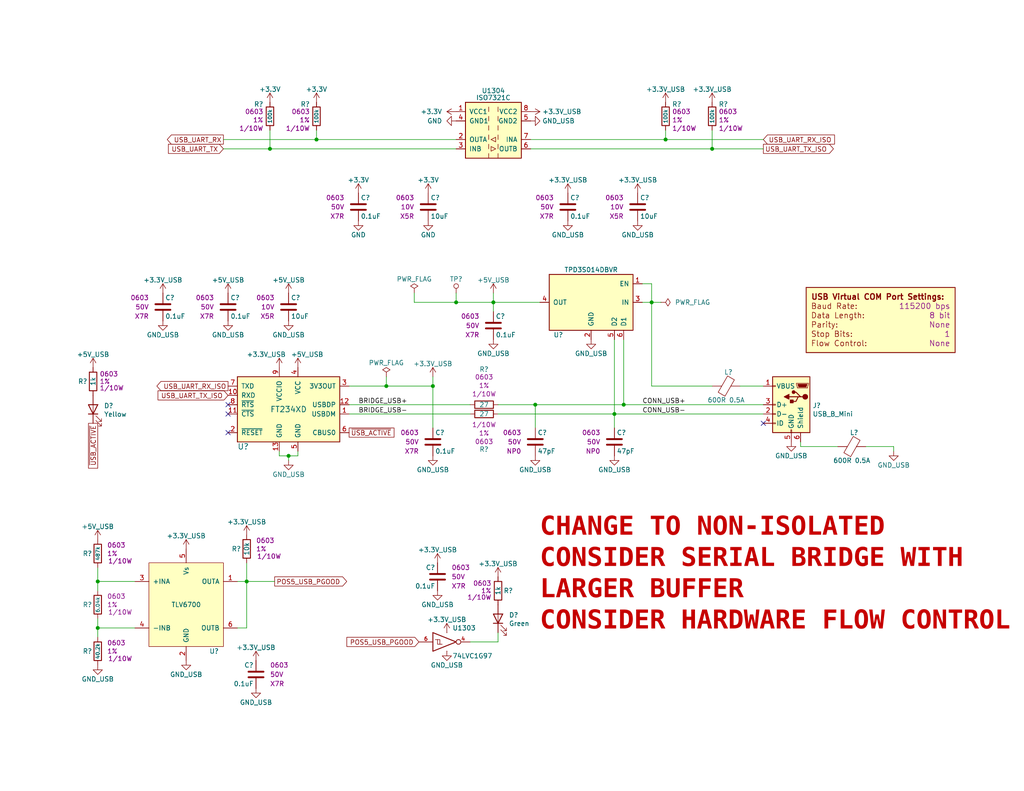
<source format=kicad_sch>
(kicad_sch (version 20230121) (generator eeschema)
  (paper "A")
  (title_block (title "Thermal Camera") (date "2023-11-11") (rev "PRELIM") (company "Drew Maatman and Michael Laffin"))
  (junction (at 26.67 158.75))
  (junction (at 194.31 40.64))
  (junction (at 124.46 82.55))
  (junction (at 26.67 171.45))
  (junction (at 86.36 38.1))
  (junction (at 177.8 82.55))
  (junction (at 118.11 105.41))
  (junction (at 67.31 158.75))
  (junction (at 134.62 82.55))
  (junction (at 78.74 124.46))
  (junction (at 105.41 105.41))
  (junction (at 146.05 110.49))
  (junction (at 170.18 110.49))
  (junction (at 167.64 113.03))
  (junction (at 73.66 40.64))
  (junction (at 181.61 38.1))
  (no_connect (at 62.23 110.49))
  (no_connect (at 208.28 115.57))
  (no_connect (at 62.23 113.03))
  (no_connect (at 62.23 118.11))
  (wire (pts (xy 228.6 121.92) (xy 218.44 121.92)))
  (wire (pts (xy 243.84 121.92) (xy 236.22 121.92)))
  (wire (pts (xy 78.74 124.46) (xy 81.28 124.46)))
  (wire (pts (xy 26.67 171.45) (xy 26.67 173.99)))
  (wire (pts (xy 194.31 105.41) (xy 177.8 105.41)))
  (wire (pts (xy 26.67 158.75) (xy 26.67 161.29)))
  (wire (pts (xy 167.64 113.03) (xy 208.28 113.03)))
  (wire (pts (xy 144.78 40.64) (xy 194.31 40.64)))
  (wire (pts (xy 124.46 82.55) (xy 134.62 82.55)))
  (wire (pts (xy 135.89 175.26) (xy 135.89 172.72)))
  (wire (pts (xy 175.26 82.55) (xy 177.8 82.55)))
  (wire (pts (xy 124.46 80.01) (xy 124.46 82.55)))
  (wire (pts (xy 175.26 77.47) (xy 177.8 77.47)))
  (wire (pts (xy 146.05 110.49) (xy 170.18 110.49)))
  (wire (pts (xy 118.11 105.41) (xy 118.11 116.84)))
  (wire (pts (xy 67.31 171.45) (xy 67.31 158.75)))
  (wire (pts (xy 208.28 40.64) (xy 194.31 40.64)))
  (wire (pts (xy 86.36 38.1) (xy 124.46 38.1)))
  (wire (pts (xy 128.27 175.26) (xy 135.89 175.26)))
  (wire (pts (xy 208.28 38.1) (xy 181.61 38.1)))
  (wire (pts (xy 26.67 171.45) (xy 26.67 168.91)))
  (wire (pts (xy 74.93 158.75) (xy 67.31 158.75)))
  (wire (pts (xy 180.34 82.55) (xy 177.8 82.55)))
  (wire (pts (xy 201.93 105.41) (xy 208.28 105.41)))
  (wire (pts (xy 134.62 82.55) (xy 147.32 82.55)))
  (wire (pts (xy 95.25 105.41) (xy 105.41 105.41)))
  (wire (pts (xy 113.03 82.55) (xy 124.46 82.55)))
  (wire (pts (xy 64.77 171.45) (xy 67.31 171.45)))
  (wire (pts (xy 243.84 123.19) (xy 243.84 121.92)))
  (wire (pts (xy 181.61 35.56) (xy 181.61 38.1)))
  (wire (pts (xy 177.8 82.55) (xy 177.8 105.41)))
  (wire (pts (xy 95.25 113.03) (xy 128.27 113.03)))
  (wire (pts (xy 105.41 102.87) (xy 105.41 105.41)))
  (wire (pts (xy 86.36 35.56) (xy 86.36 38.1)))
  (wire (pts (xy 135.89 110.49) (xy 146.05 110.49)))
  (wire (pts (xy 73.66 35.56) (xy 73.66 40.64)))
  (wire (pts (xy 76.2 124.46) (xy 78.74 124.46)))
  (wire (pts (xy 26.67 158.75) (xy 26.67 154.94)))
  (wire (pts (xy 36.83 171.45) (xy 26.67 171.45)))
  (wire (pts (xy 134.62 80.01) (xy 134.62 82.55)))
  (wire (pts (xy 78.74 125.73) (xy 78.74 124.46)))
  (wire (pts (xy 194.31 35.56) (xy 194.31 40.64)))
  (wire (pts (xy 170.18 110.49) (xy 208.28 110.49)))
  (wire (pts (xy 76.2 123.19) (xy 76.2 124.46)))
  (wire (pts (xy 95.25 110.49) (xy 128.27 110.49)))
  (wire (pts (xy 144.78 38.1) (xy 181.61 38.1)))
  (wire (pts (xy 60.96 38.1) (xy 86.36 38.1)))
  (wire (pts (xy 36.83 158.75) (xy 26.67 158.75)))
  (wire (pts (xy 73.66 40.64) (xy 124.46 40.64)))
  (wire (pts (xy 146.05 116.84) (xy 146.05 110.49)))
  (wire (pts (xy 118.11 102.87) (xy 118.11 105.41)))
  (wire (pts (xy 67.31 158.75) (xy 67.31 153.67)))
  (wire (pts (xy 105.41 105.41) (xy 118.11 105.41)))
  (wire (pts (xy 81.28 123.19) (xy 81.28 124.46)))
  (wire (pts (xy 134.62 82.55) (xy 134.62 85.09)))
  (wire (pts (xy 177.8 77.47) (xy 177.8 82.55)))
  (wire (pts (xy 113.03 80.01) (xy 113.03 82.55)))
  (wire (pts (xy 167.64 92.71) (xy 167.64 113.03)))
  (wire (pts (xy 135.89 113.03) (xy 167.64 113.03)))
  (wire (pts (xy 60.96 40.64) (xy 73.66 40.64)))
  (wire (pts (xy 218.44 121.92) (xy 218.44 120.65)))
  (wire (pts (xy 170.18 92.71) (xy 170.18 110.49)))
  (wire (pts (xy 167.64 116.84) (xy 167.64 113.03)))
  (wire (pts (xy 64.77 158.75) (xy 67.31 158.75)))
  (text "CHANGE TO NON-ISOLATED\nCONSIDER SERIAL BRIDGE WITH\nLARGER BUFFER\nCONSIDER HARDWARE FLOW CONTROL" (at 147.32 173.99 0) (effects (font (size 5.08 5.08) (thickness 1.016) bold) (justify left bottom)))
  (label "CONN_USB-" (at 175.26 113.03 0))
  (label "BRIDGE_USB+" (at 97.79 110.49 0))
  (label "CONN_USB+" (at 175.26 110.49 0))
  (label "BRIDGE_USB-" (at 97.79 113.03 0))
  (global_label "USB_UART_TX_ISO" (shape input) (at 62.23 107.95 180) (property "Intersheetrefs" "${INTERSHEET_REFS}" (effects hide)))
  (global_label "USB_UART_TX_ISO" (shape output) (at 208.28 40.64 0) (property "Intersheetrefs" "${INTERSHEET_REFS}" (effects hide)))
  (global_label "USB_UART_RX" (shape output) (at 60.96 38.1 180) (property "Intersheetrefs" "${INTERSHEET_REFS}" (effects hide)))
  (global_label "POS5_USB_PGOOD" (shape output) (at 74.93 158.75 0) (property "Intersheetrefs" "${INTERSHEET_REFS}" (effects hide)))
  (global_label "~{USB_ACTIVE}" (shape passive) (at 95.25 118.11 0) (property "Intersheetrefs" "${INTERSHEET_REFS}" (effects hide)))
  (global_label "USB_UART_RX_ISO" (shape output) (at 62.23 105.41 180) (property "Intersheetrefs" "${INTERSHEET_REFS}" (effects hide)))
  (global_label "POS5_USB_PGOOD" (shape input) (at 114.3 175.26 180) (property "Intersheetrefs" "${INTERSHEET_REFS}" (effects hide)))
  (global_label "USB_UART_TX" (shape input) (at 60.96 40.64 180) (property "Intersheetrefs" "${INTERSHEET_REFS}" (effects hide)))
  (global_label "~{USB_ACTIVE}" (shape passive) (at 25.4 115.57 270) (property "Intersheetrefs" "${INTERSHEET_REFS}" (effects hide)))
  (global_label "USB_UART_RX_ISO" (shape input) (at 208.28 38.1 0) (property "Intersheetrefs" "${INTERSHEET_REFS}" (effects hide)))
  (symbol (lib_id "Custom_Library:R_Custom") (at 67.31 149.86 0) (unit 1)
    (property "Reference" "R?" (at 65.786 149.86 0) (effects (justify right)))
    (property "Value" "10k" (at 67.31 149.86 90))
    (property "Footprint" "Resistors_SMD:R_0603" (effects hide))
    (property "display_footprint" "0603" (at 69.85 147.574 0) (effects (justify left)))
    (property "Tolerance" "1%" (at 69.85 149.86 0) (effects (justify left)))
    (property "Wattage" "1/10W" (at 70.104 151.892 0) (effects (justify left)))
    (property "Digi-Key PN" "541-10.0KHCT-ND" (effects hide))
    (instances (project "Analog_Clock" (path "" (reference "R?") (unit 1))) (project "Nixie_Clock_Core" (path "" (reference "R1305") (unit 1))) (project "Thermal_Camera" (path "" (reference "R?") (unit 1))))
  )
  (symbol (lib_id "Custom Library:GND_USB") (at 243.84 123.19 0) (unit 1)
    (property "Reference" "#PWR01307" (effects hide))
    (property "Value" "GND_USB" (at 243.84 127 0))
    (instances (project "Nixie_Clock_Core" (path "" (reference "#PWR01307") (unit 1))) (project "Thermal_Camera" (path "" (reference "#PWR01647") (unit 1))))
  )
  (symbol (lib_id "Custom_Library:R_Custom") (at 26.67 165.1 0) (unit 1)
    (property "Reference" "R?" (at 25.146 165.1 0) (effects (justify right)))
    (property "Value" "6.04k" (at 26.67 165.1 90) (effects (font (size 1.016 1.016))))
    (property "Footprint" "Resistors_SMD:R_0603" (effects hide))
    (property "display_footprint" "0603" (at 29.21 162.814 0) (effects (justify left)))
    (property "Tolerance" "1%" (at 29.21 165.1 0) (effects (justify left)))
    (property "Wattage" "1/10W" (at 29.464 167.132 0) (effects (justify left)))
    (property "Digi-Key PN" "541-CRCW06036K04FKEBCT-ND" (effects hide))
    (instances (project "Analog_Clock" (path "" (reference "R?") (unit 1))) (project "Nixie_Clock_Core" (path "" (reference "R1303") (unit 1))) (project "Thermal_Camera" (path "" (reference "R?") (unit 1))))
  )
  (symbol (lib_id "Custom_Library:R_Custom") (at 86.36 31.75 0) (mirror y) (unit 1)
    (property "Reference" "R?" (at 84.582 28.448 0) (effects (justify left)))
    (property "Value" "100k" (at 86.36 31.75 90) (effects (font (size 1.016 1.016))))
    (property "Footprint" "Resistors_SMD:R_0603" (effects hide))
    (property "display_footprint" "0603" (at 84.582 30.48 0) (effects (justify left)))
    (property "Tolerance" "1%" (at 84.582 32.766 0) (effects (justify left)))
    (property "Wattage" "1/10W" (at 84.582 35.052 0) (effects (justify left)))
    (property "Digi-Key PN" "541-100KHCT-ND" (effects hide))
    (instances (project "Analog_Clock" (path "" (reference "R?") (unit 1)) (path "" (reference "R?") (unit 1))) (project "Nixie_Clock_Core" (path "" (reference "R1307") (unit 1))) (project "Thermal_Camera" (path "" (reference "R?") (unit 1))))
  )
  (symbol (lib_id "Custom_Library:R_Custom") (at 194.31 31.75 0) (unit 1)
    (property "Reference" "R?" (at 196.088 28.448 0) (effects (justify left)))
    (property "Value" "100k" (at 194.31 31.75 90) (effects (font (size 1.016 1.016))))
    (property "Footprint" "Resistors_SMD:R_0603" (effects hide))
    (property "display_footprint" "0603" (at 196.088 30.48 0) (effects (justify left)))
    (property "Tolerance" "1%" (at 196.088 32.766 0) (effects (justify left)))
    (property "Wattage" "1/10W" (at 196.088 35.052 0) (effects (justify left)))
    (property "Digi-Key PN" "541-100KHCT-ND" (effects hide))
    (instances (project "Analog_Clock" (path "" (reference "R?") (unit 1)) (path "" (reference "R?") (unit 1))) (project "Nixie_Clock_Core" (path "" (reference "R1312") (unit 1))) (project "Thermal_Camera" (path "" (reference "R?") (unit 1))))
  )
  (symbol (lib_id "power:+3.3V") (at 124.46 30.48 90) (unit 1)
    (property "Reference" "#PWR?" (effects hide))
    (property "Value" "+3.3V" (at 120.65 30.48 90) (effects (justify left)))
    (instances (project "Analog_Clock" (path "" (reference "#PWR?") (unit 1))) (project "Nixie_Clock_Core" (path "" (reference "#PWR01304") (unit 1))) (project "Thermal_Camera" (path "" (reference "#PWR01630") (unit 1))))
  )
  (symbol (lib_id "Custom_Library:TPD3S014DBVR") (at 161.29 82.55 0) (mirror y) (unit 1)
    (property "Reference" "U?" (at 153.67 91.44 0) (effects (justify left)))
    (property "Value" "TPD3S014DBVR" (at 161.29 73.66 0))
    (property "Footprint" "TO_SOT_Packages_SMD:SOT-23-6" (effects hide))
    (property "Datasheet" "http://www.ti.com/lit/ds/symlink/tpd3s014.pdf" (effects hide))
    (property "Digi-Key PN" "296-38835-1-ND" (effects hide))
    (instances (project "Analog_Clock" (path "" (reference "U?") (unit 1))) (project "Nixie_Clock_Core" (path "" (reference "U1305") (unit 1))) (project "Thermal_Camera" (path "" (reference "U?") (unit 1))))
  )
  (symbol (lib_id "Custom Library:GND_USB") (at 215.9 120.65 0) (unit 1)
    (property "Reference" "#PWR01308" (effects hide))
    (property "Value" "GND_USB" (at 215.9 124.46 0))
    (instances (project "Nixie_Clock_Core" (path "" (reference "#PWR01308") (unit 1))) (project "Thermal_Camera" (path "" (reference "#PWR01646") (unit 1))))
  )
  (symbol (lib_id "Isolator:ISO7321C") (at 134.62 35.56 0) (unit 1)
    (property "Reference" "U1304" (at 134.62 24.765 0))
    (property "Value" "ISO7321C" (at 134.62 26.67 0))
    (property "Footprint" "Package_SO:SOIC-8_3.9x4.9mm_P1.27mm" (effects hide))
    (property "Datasheet" "http://www.ti.com/general/docs/lit/getliterature.tsp?genericPartNumber=iso7321c&fileType=pdf" (effects hide))
    (property "Digi-Key PN" "296-42102-1-ND" (effects hide))
    (instances (project "Nixie_Clock_Core" (path "" (reference "U1304") (unit 1))) (project "Thermal_Camera" (path "" (reference "U?") (unit 1))))
  )
  (symbol (lib_id "Custom Library:GND_USB") (at 69.85 187.96 0) (unit 1)
    (property "Reference" "#PWR01315" (effects hide))
    (property "Value" "GND_USB" (at 69.85 191.77 0))
    (instances (project "Nixie_Clock_Core" (path "" (reference "#PWR01315") (unit 1))) (project "Thermal_Camera" (path "" (reference "#PWR01612") (unit 1))))
  )
  (symbol (lib_id "Custom Library:GND_USB") (at 134.62 92.71 0) (unit 1)
    (property "Reference" "#PWR01305" (effects hide))
    (property "Value" "GND_USB" (at 134.62 96.52 0))
    (instances (project "Nixie_Clock_Core" (path "" (reference "#PWR01305") (unit 1))) (project "Thermal_Camera" (path "" (reference "#PWR01633") (unit 1))))
  )
  (symbol (lib_id "Custom Library:GND_USB") (at 62.23 87.63 0) (unit 1)
    (property "Reference" "#PWR01319" (effects hide))
    (property "Value" "GND_USB" (at 62.23 91.44 0))
    (instances (project "Nixie_Clock_Core" (path "" (reference "#PWR01319") (unit 1))) (project "Thermal_Camera" (path "" (reference "#PWR01609") (unit 1))))
  )
  (symbol (lib_id "Device:Ferrite_Bead") (at 232.41 121.92 270) (unit 1)
    (property "Reference" "L?" (at 233.045 118.11 90))
    (property "Value" "600R 0.5A" (at 232.41 125.73 90))
    (property "Footprint" "Inductors_SMD:L_0603" (effects hide))
    (property "Digi-Key PN" "490-1014-1-ND" (effects hide))
    (instances (project "Analog_Clock" (path "" (reference "L?") (unit 1))) (project "Nixie_Clock_Core" (path "" (reference "L1302") (unit 1))) (project "Thermal_Camera" (path "" (reference "L?") (unit 1))))
  )
  (symbol (lib_id "Custom_Library:+3.3V_USB") (at 118.11 102.87 0) (unit 1)
    (property "Reference" "#PWR?" (effects hide))
    (property "Value" "+3.3V_USB" (at 118.11 99.314 0))
    (instances (project "Analog_Clock" (path "" (reference "#PWR?") (unit 1))) (project "Nixie_Clock_Core" (path "" (reference "#PWR01336") (unit 1))) (project "Thermal_Camera" (path "" (reference "#PWR01624") (unit 1))))
  )
  (symbol (lib_id "power:GND") (at 97.79 60.325 0) (unit 1)
    (property "Reference" "#PWR01346" (effects hide))
    (property "Value" "GND" (at 97.79 64.135 0))
    (instances (project "Nixie_Clock_Core" (path "" (reference "#PWR01346") (unit 1))) (project "Thermal_Camera" (path "" (reference "#PWR01621") (unit 1))))
  )
  (symbol (lib_id "Custom_Library:FT234XD") (at 78.74 111.76 0) (mirror y) (unit 1)
    (property "Reference" "U?" (at 64.77 121.92 0) (effects (font (size 1.524 1.524)) (justify right)))
    (property "Value" "FT234XD" (at 78.74 111.76 0) (effects (font (size 1.524 1.524))))
    (property "Footprint" "Housings_DFN_QFN:DFN-12-1EP_3x3mm_Pitch0.45mm" (effects hide))
    (property "Datasheet" "http://www.ftdichip.com/Support/Documents/DataSheets/ICs/DS_FT234XD.pdf" (effects hide))
    (property "Digi-Key PN" "768-1178-1-ND" (effects hide))
    (instances (project "Analog_Clock" (path "" (reference "U?") (unit 1))) (project "Nixie_Clock_Core" (path "" (reference "U1302") (unit 1))) (project "Thermal_Camera" (path "" (reference "U?") (unit 1))))
  )
  (symbol (lib_id "Connector:USB_B_Mini") (at 215.9 110.49 0) (mirror y) (unit 1)
    (property "Reference" "J?" (at 221.7166 110.7186 0) (effects (justify right)))
    (property "Value" "USB_B_Mini" (at 221.7166 113.03 0) (effects (justify right)))
    (property "Footprint" "Connectors:USB_Mini-B" (effects hide))
    (property "Digi-Key PN" "732-2109-1-ND" (effects hide))
    (instances (project "Analog_Clock" (path "" (reference "J?") (unit 1))) (project "Nixie_Clock_Core" (path "" (reference "J1301") (unit 1))) (project "Thermal_Camera" (path "" (reference "J?") (unit 1))))
  )
  (symbol (lib_id "Custom_Library:C_Custom") (at 97.79 56.515 0) (unit 1)
    (property "Reference" "C?" (at 98.425 53.975 0) (effects (justify left)))
    (property "Value" "0.1uF" (at 98.425 59.055 0) (effects (justify left)))
    (property "Footprint" "Capacitors_SMD:C_0603" (effects hide))
    (property "display_footprint" "0603" (at 93.98 53.975 0) (effects (justify right)))
    (property "Voltage" "50V" (at 93.98 56.515 0) (effects (justify right)))
    (property "Dielectric" "X7R" (at 93.98 59.055 0) (effects (justify right)))
    (property "Digi-Key PN" "1276-1935-1-ND" (effects hide))
    (instances (project "Analog_Clock" (path "" (reference "C?") (unit 1))) (project "Nixie_Clock_Core" (path "" (reference "C1310") (unit 1))) (project "Thermal_Camera" (path "" (reference "C?") (unit 1))))
  )
  (symbol (lib_id "Custom_Library:R_Custom") (at 26.67 177.8 0) (unit 1)
    (property "Reference" "R?" (at 25.146 177.8 0) (effects (justify right)))
    (property "Value" "40.2k" (at 26.67 177.8 90) (effects (font (size 1.016 1.016))))
    (property "Footprint" "Resistors_SMD:R_0603" (effects hide))
    (property "display_footprint" "0603" (at 29.21 175.514 0) (effects (justify left)))
    (property "Tolerance" "1%" (at 29.21 177.8 0) (effects (justify left)))
    (property "Wattage" "1/10W" (at 29.464 179.832 0) (effects (justify left)))
    (property "Digi-Key PN" "541-5412-1-ND" (effects hide))
    (instances (project "Analog_Clock" (path "" (reference "R?") (unit 1))) (project "Nixie_Clock_Core" (path "" (reference "R1304") (unit 1))) (project "Thermal_Camera" (path "" (reference "R?") (unit 1))))
  )
  (symbol (lib_id "Custom_Library:+5V_USB") (at 78.74 80.01 0) (unit 1)
    (property "Reference" "#PWR?" (effects hide))
    (property "Value" "+5V_USB" (at 78.74 76.454 0))
    (instances (project "Analog_Clock" (path "" (reference "#PWR?") (unit 1))) (project "Nixie_Clock_Core" (path "" (reference "#PWR01333") (unit 1))) (project "Thermal_Camera" (path "" (reference "#PWR01615") (unit 1))))
  )
  (symbol (lib_id "Custom_Library:R_Custom") (at 181.61 31.75 0) (unit 1)
    (property "Reference" "R?" (at 183.388 28.448 0) (effects (justify left)))
    (property "Value" "100k" (at 181.61 31.75 90) (effects (font (size 1.016 1.016))))
    (property "Footprint" "Resistors_SMD:R_0603" (effects hide))
    (property "display_footprint" "0603" (at 183.388 30.48 0) (effects (justify left)))
    (property "Tolerance" "1%" (at 183.388 32.766 0) (effects (justify left)))
    (property "Wattage" "1/10W" (at 183.388 35.052 0) (effects (justify left)))
    (property "Digi-Key PN" "541-100KHCT-ND" (effects hide))
    (instances (project "Analog_Clock" (path "" (reference "R?") (unit 1)) (path "" (reference "R?") (unit 1))) (project "Nixie_Clock_Core" (path "" (reference "R1311") (unit 1))) (project "Thermal_Camera" (path "" (reference "R?") (unit 1))))
  )
  (symbol (lib_id "Custom_Library:C_Custom") (at 44.45 83.82 0) (unit 1)
    (property "Reference" "C?" (at 45.085 81.28 0) (effects (justify left)))
    (property "Value" "0.1uF" (at 45.085 86.36 0) (effects (justify left)))
    (property "Footprint" "Capacitors_SMD:C_0603" (effects hide))
    (property "display_footprint" "0603" (at 40.64 81.28 0) (effects (justify right)))
    (property "Voltage" "50V" (at 40.64 83.82 0) (effects (justify right)))
    (property "Dielectric" "X7R" (at 40.64 86.36 0) (effects (justify right)))
    (property "Digi-Key PN" "1276-1935-1-ND" (effects hide))
    (instances (project "Analog_Clock" (path "" (reference "C?") (unit 1))) (project "Nixie_Clock_Core" (path "" (reference "C1301") (unit 1))) (project "Thermal_Camera" (path "" (reference "C?") (unit 1))))
  )
  (symbol (lib_id "Custom Library:74LVC1G97_Power_NOT") (at 121.92 175.26 0) (unit 1)
    (property "Reference" "U1303" (at 123.444 171.45 0) (effects (justify left)))
    (property "Value" "74LVC1G97" (at 123.444 179.07 0) (effects (justify left)))
    (property "Footprint" "Package_TO_SOT_SMD:SOT-363_SC-70-6" (effects hide))
    (property "Datasheet" "http://www.ti.com/lit/ds/symlink/sn74lvc1g97.pdf" (effects hide))
    (property "Digi-Key PN" "296-15582-1-ND" (effects hide))
    (instances (project "Nixie_Clock_Core" (path "" (reference "U1303") (unit 1))) (project "Thermal_Camera" (path "" (reference "U?") (unit 1))))
  )
  (symbol (lib_id "Custom_Library:C_Custom") (at 119.38 157.48 0) (mirror y) (unit 1)
    (property "Reference" "C?" (at 118.745 154.94 0) (effects (justify left)))
    (property "Value" "0.1uF" (at 118.745 160.02 0) (effects (justify left)))
    (property "Footprint" "Capacitors_SMD:C_0603" (effects hide))
    (property "Digi-Key PN" "1276-1935-1-ND" (effects hide))
    (property "display_footprint" "0603" (at 123.19 154.94 0) (effects (justify right)))
    (property "Voltage" "50V" (at 123.19 157.48 0) (effects (justify right)))
    (property "Dielectric" "X7R" (at 123.19 160.02 0) (effects (justify right)))
    (instances (project "Nixie_Clock_Core" (path "" (reference "C?") (unit 1)) (path "" (reference "C1306") (unit 1))) (project "LED_Panel_Controller" (path "" (reference "C?") (unit 1)) (path "" (reference "C?") (unit 1)) (path "" (reference "C?") (unit 1)) (path "" (reference "C?") (unit 1)) (path "" (reference "C?") (unit 1)) (path "" (reference "C?") (unit 1)) (path "" (reference "C?") (unit 1)) (path "" (reference "C?") (unit 1))) (project "Thermal_Camera" (path "" (reference "C?") (unit 1))))
  )
  (symbol (lib_id "Custom_Library:+3.3V_USB") (at 194.31 27.94 0) (unit 1)
    (property "Reference" "#PWR?" (effects hide))
    (property "Value" "+3.3V_USB" (at 194.31 24.384 0))
    (instances (project "Analog_Clock" (path "" (reference "#PWR?") (unit 1))) (project "Nixie_Clock_Core" (path "" (reference "#PWR01339") (unit 1))) (project "Thermal_Camera" (path "" (reference "#PWR01645") (unit 1))))
  )
  (symbol (lib_id "power:GND") (at 124.46 33.02 270) (unit 1)
    (property "Reference" "#PWR01302" (effects hide))
    (property "Value" "GND" (at 120.65 33.02 90) (effects (justify right)))
    (instances (project "Nixie_Clock_Core" (path "" (reference "#PWR01302") (unit 1))) (project "Thermal_Camera" (path "" (reference "#PWR01631") (unit 1))))
  )
  (symbol (lib_id "Custom_Library:R_Custom") (at 132.08 110.49 270) (mirror x) (unit 1)
    (property "Reference" "R?" (at 132.08 100.838 90))
    (property "Value" "27" (at 132.08 110.49 90))
    (property "Footprint" "Resistors_SMD:R_0603" (effects hide))
    (property "display_footprint" "0603" (at 132.08 102.9462 90))
    (property "Tolerance" "1%" (at 132.08 105.2576 90))
    (property "Wattage" "1/10W" (at 132.08 107.569 90))
    (property "Digi-Key PN" "541-5306-1-ND" (effects hide))
    (instances (project "Analog_Clock" (path "" (reference "R?") (unit 1))) (project "Nixie_Clock_Core" (path "" (reference "R1308") (unit 1))) (project "Thermal_Camera" (path "" (reference "R?") (unit 1))))
  )
  (symbol (lib_id "Custom Library:GND_USB") (at 121.92 177.8 0) (unit 1)
    (property "Reference" "#PWR01322" (effects hide))
    (property "Value" "GND_USB" (at 121.92 181.61 0))
    (instances (project "Nixie_Clock_Core" (path "" (reference "#PWR01322") (unit 1))) (project "Thermal_Camera" (path "" (reference "#PWR01629") (unit 1))))
  )
  (symbol (lib_id "Custom Library:GND_USB") (at 167.64 124.46 0) (unit 1)
    (property "Reference" "#PWR01309" (effects hide))
    (property "Value" "GND_USB" (at 167.64 128.27 0))
    (instances (project "Nixie_Clock_Core" (path "" (reference "#PWR01309") (unit 1))) (project "Thermal_Camera" (path "" (reference "#PWR01641") (unit 1))))
  )
  (symbol (lib_id "Custom_Library:+3.3V_USB") (at 154.94 52.705 0) (unit 1)
    (property "Reference" "#PWR?" (effects hide))
    (property "Value" "+3.3V_USB" (at 154.94 49.149 0))
    (instances (project "Analog_Clock" (path "" (reference "#PWR?") (unit 1))) (project "Nixie_Clock_Core" (path "" (reference "#PWR01340") (unit 1))) (project "Thermal_Camera" (path "" (reference "#PWR01638") (unit 1))))
  )
  (symbol (lib_id "power:+3.3V") (at 116.84 52.705 0) (unit 1)
    (property "Reference" "#PWR?" (effects hide))
    (property "Value" "+3.3V" (at 116.84 49.149 0))
    (instances (project "Analog_Clock" (path "" (reference "#PWR?") (unit 1))) (project "Nixie_Clock_Core" (path "" (reference "#PWR01345") (unit 1))) (project "Thermal_Camera" (path "" (reference "#PWR01622") (unit 1))))
  )
  (symbol (lib_id "Custom_Library:+3.3V_USB") (at 44.45 80.01 0) (unit 1)
    (property "Reference" "#PWR?" (effects hide))
    (property "Value" "+3.3V_USB" (at 44.45 76.454 0))
    (instances (project "Analog_Clock" (path "" (reference "#PWR?") (unit 1))) (project "Nixie_Clock_Core" (path "" (reference "#PWR01329") (unit 1))) (project "Thermal_Camera" (path "" (reference "#PWR01604") (unit 1))))
  )
  (symbol (lib_id "Custom Library:GND_USB") (at 118.11 124.46 0) (unit 1)
    (property "Reference" "#PWR01311" (effects hide))
    (property "Value" "GND_USB" (at 118.11 128.27 0))
    (instances (project "Nixie_Clock_Core" (path "" (reference "#PWR01311") (unit 1))) (project "Thermal_Camera" (path "" (reference "#PWR01625") (unit 1))))
  )
  (symbol (lib_id "Custom Library:GND_USB") (at 78.74 87.63 0) (unit 1)
    (property "Reference" "#PWR01318" (effects hide))
    (property "Value" "GND_USB" (at 78.74 91.44 0))
    (instances (project "Nixie_Clock_Core" (path "" (reference "#PWR01318") (unit 1))) (project "Thermal_Camera" (path "" (reference "#PWR01616") (unit 1))))
  )
  (symbol (lib_id "Custom Library:GND_USB") (at 154.94 60.325 0) (unit 1)
    (property "Reference" "#PWR01341" (effects hide))
    (property "Value" "GND_USB" (at 154.94 64.135 0))
    (instances (project "Nixie_Clock_Core" (path "" (reference "#PWR01341") (unit 1))) (project "Thermal_Camera" (path "" (reference "#PWR01639") (unit 1))))
  )
  (symbol (lib_id "Custom_Library:+3.3V_USB") (at 69.85 180.34 0) (unit 1)
    (property "Reference" "#PWR?" (effects hide))
    (property "Value" "+3.3V_USB" (at 69.85 176.784 0))
    (instances (project "Analog_Clock" (path "" (reference "#PWR?") (unit 1))) (project "Nixie_Clock_Core" (path "" (reference "#PWR01321") (unit 1))) (project "Thermal_Camera" (path "" (reference "#PWR01611") (unit 1))))
  )
  (symbol (lib_id "Custom Library:GND_USB") (at 144.78 33.02 90) (unit 1)
    (property "Reference" "#PWR01303" (effects hide))
    (property "Value" "GND_USB" (at 147.955 33.02 90) (effects (justify right)))
    (instances (project "Nixie_Clock_Core" (path "" (reference "#PWR01303") (unit 1))) (project "Thermal_Camera" (path "" (reference "#PWR01636") (unit 1))))
  )
  (symbol (lib_id "Custom_Library:+5V_USB") (at 81.28 100.33 0) (unit 1)
    (property "Reference" "#PWR?" (effects hide))
    (property "Value" "+5V_USB" (at 83.82 96.774 0))
    (instances (project "Analog_Clock" (path "" (reference "#PWR?") (unit 1))) (project "Nixie_Clock_Core" (path "" (reference "#PWR01334") (unit 1))) (project "Thermal_Camera" (path "" (reference "#PWR01618") (unit 1))))
  )
  (symbol (lib_id "Custom_Library:+3.3V_USB") (at 135.89 157.48 0) (unit 1)
    (property "Reference" "#PWR?" (effects hide))
    (property "Value" "+3.3V_USB" (at 135.89 153.924 0))
    (instances (project "Analog_Clock" (path "" (reference "#PWR?") (unit 1))) (project "Nixie_Clock_Core" (path "" (reference "#PWR01325") (unit 1))) (project "Thermal_Camera" (path "" (reference "#PWR01634") (unit 1))))
  )
  (symbol (lib_id "Custom_Library:COM_Port_Settings") (at 240.284 87.376 0) (unit 1)
    (property "Reference" "DOC?" (effects hide))
    (property "Value" "COM_Port_Settings" (effects hide))
    (property "Baud_Rate" "115200 bps" (at 259.334 83.566 0) (effects (font (size 1.524 1.524)) (justify right)))
    (property "Data_Length" "8 bit" (at 259.334 86.106 0) (effects (font (size 1.524 1.524)) (justify right)))
    (property "Parity" "None" (at 259.334 88.646 0) (effects (font (size 1.524 1.524)) (justify right)))
    (property "Stop_Bits" "1" (at 259.334 91.186 0) (effects (font (size 1.524 1.524)) (justify right)))
    (property "Flow_Control" "None" (at 259.334 93.726 0) (effects (font (size 1.524 1.524)) (justify right)))
    (instances (project "Analog_Clock" (path "" (reference "DOC?") (unit 1))) (project "Nixie_Clock_Core" (path "" (reference "DOC1301") (unit 1))) (project "Thermal_Camera" (path "" (reference "DOC?") (unit 1))))
  )
  (symbol (lib_id "Custom_Library:+3.3V_USB") (at 76.2 100.33 0) (unit 1)
    (property "Reference" "#PWR?" (effects hide))
    (property "Value" "+3.3V_USB" (at 72.644 96.774 0))
    (instances (project "Analog_Clock" (path "" (reference "#PWR?") (unit 1))) (project "Nixie_Clock_Core" (path "" (reference "#PWR01332") (unit 1))) (project "Thermal_Camera" (path "" (reference "#PWR01614") (unit 1))))
  )
  (symbol (lib_id "Custom Library:GND_USB") (at 50.8 180.34 0) (unit 1)
    (property "Reference" "#PWR01314" (effects hide))
    (property "Value" "GND_USB" (at 50.8 184.15 0))
    (instances (project "Nixie_Clock_Core" (path "" (reference "#PWR01314") (unit 1))) (project "Thermal_Camera" (path "" (reference "#PWR01607") (unit 1))))
  )
  (symbol (lib_id "Custom_Library:+5V_USB") (at 134.62 80.01 0) (unit 1)
    (property "Reference" "#PWR?" (effects hide))
    (property "Value" "+5V_USB" (at 134.62 76.454 0))
    (instances (project "Analog_Clock" (path "" (reference "#PWR?") (unit 1))) (project "Nixie_Clock_Core" (path "" (reference "#PWR01337") (unit 1))) (project "Thermal_Camera" (path "" (reference "#PWR01632") (unit 1))))
  )
  (symbol (lib_id "Custom Library:GND_USB") (at 26.67 181.61 0) (unit 1)
    (property "Reference" "#PWR01312" (effects hide))
    (property "Value" "GND_USB" (at 26.67 185.42 0))
    (instances (project "Nixie_Clock_Core" (path "" (reference "#PWR01312") (unit 1))) (project "Thermal_Camera" (path "" (reference "#PWR01603") (unit 1))))
  )
  (symbol (lib_id "Custom_Library:+5V_USB") (at 26.67 147.32 0) (unit 1)
    (property "Reference" "#PWR?" (effects hide))
    (property "Value" "+5V_USB" (at 26.67 143.764 0))
    (instances (project "Analog_Clock" (path "" (reference "#PWR?") (unit 1))) (project "Nixie_Clock_Core" (path "" (reference "#PWR01328") (unit 1))) (project "Thermal_Camera" (path "" (reference "#PWR01602") (unit 1))))
  )
  (symbol (lib_id "Custom Library:GND_USB") (at 161.29 92.71 0) (unit 1)
    (property "Reference" "#PWR01306" (effects hide))
    (property "Value" "GND_USB" (at 161.29 96.52 0))
    (instances (project "Nixie_Clock_Core" (path "" (reference "#PWR01306") (unit 1))) (project "Thermal_Camera" (path "" (reference "#PWR01640") (unit 1))))
  )
  (symbol (lib_id "Custom Library:GND_USB") (at 146.05 124.46 0) (unit 1)
    (property "Reference" "#PWR01310" (effects hide))
    (property "Value" "GND_USB" (at 146.05 128.27 0))
    (instances (project "Nixie_Clock_Core" (path "" (reference "#PWR01310") (unit 1))) (project "Thermal_Camera" (path "" (reference "#PWR01637") (unit 1))))
  )
  (symbol (lib_id "Custom_Library:+3.3V_USB") (at 67.31 146.05 0) (unit 1)
    (property "Reference" "#PWR?" (effects hide))
    (property "Value" "+3.3V_USB" (at 67.31 142.494 0))
    (instances (project "Analog_Clock" (path "" (reference "#PWR?") (unit 1))) (project "Nixie_Clock_Core" (path "" (reference "#PWR01317") (unit 1))) (project "Thermal_Camera" (path "" (reference "#PWR01610") (unit 1))))
  )
  (symbol (lib_id "power:+3.3V") (at 97.79 52.705 0) (unit 1)
    (property "Reference" "#PWR?" (effects hide))
    (property "Value" "+3.3V" (at 97.79 49.149 0))
    (instances (project "Analog_Clock" (path "" (reference "#PWR?") (unit 1))) (project "Nixie_Clock_Core" (path "" (reference "#PWR01344") (unit 1))) (project "Thermal_Camera" (path "" (reference "#PWR01620") (unit 1))))
  )
  (symbol (lib_id "Device:Ferrite_Bead") (at 198.12 105.41 270) (unit 1)
    (property "Reference" "L?" (at 198.755 101.6 90))
    (property "Value" "600R 0.5A" (at 198.12 109.22 90))
    (property "Footprint" "Inductors_SMD:L_0603" (effects hide))
    (property "Digi-Key PN" "490-1014-1-ND" (effects hide))
    (instances (project "Analog_Clock" (path "" (reference "L?") (unit 1))) (project "Nixie_Clock_Core" (path "" (reference "L1301") (unit 1))) (project "Thermal_Camera" (path "" (reference "L?") (unit 1))))
  )
  (symbol (lib_id "Custom_Library:C_Custom") (at 69.85 184.15 0) (mirror y) (unit 1)
    (property "Reference" "C?" (at 69.215 181.61 0) (effects (justify left)))
    (property "Value" "0.1uF" (at 69.215 186.69 0) (effects (justify left)))
    (property "Footprint" "Capacitors_SMD:C_0603" (effects hide))
    (property "Digi-Key PN" "1276-1935-1-ND" (effects hide))
    (property "display_footprint" "0603" (at 73.66 181.61 0) (effects (justify right)))
    (property "Voltage" "50V" (at 73.66 184.15 0) (effects (justify right)))
    (property "Dielectric" "X7R" (at 73.66 186.69 0) (effects (justify right)))
    (instances (project "Analog_Clock" (path "" (reference "C?") (unit 1)) (path "" (reference "C?") (unit 1)) (path "" (reference "C?") (unit 1)) (path "" (reference "C?") (unit 1)) (path "" (reference "C?") (unit 1))) (project "Nixie_Clock_Core" (path "" (reference "C1303") (unit 1))) (project "Thermal_Camera" (path "" (reference "C?") (unit 1))))
  )
  (symbol (lib_id "Custom_Library:+3.3V_USB") (at 50.8 149.86 0) (unit 1)
    (property "Reference" "#PWR?" (effects hide))
    (property "Value" "+3.3V_USB" (at 50.8 146.304 0))
    (instances (project "Analog_Clock" (path "" (reference "#PWR?") (unit 1))) (project "Nixie_Clock_Core" (path "" (reference "#PWR01316") (unit 1))) (project "Thermal_Camera" (path "" (reference "#PWR01606") (unit 1))))
  )
  (symbol (lib_id "Custom_Library:TP") (at 124.46 80.01 0) (unit 1)
    (property "Reference" "TP?" (at 124.46 76.2 0))
    (property "Value" "TP" (effects hide))
    (property "Footprint" "Custom Footprints Library:Test_Point" (effects hide))
    (instances (project "Analog_Clock" (path "" (reference "TP?") (unit 1)) (path "" (reference "TP?") (unit 1)) (path "" (reference "TP?") (unit 1)) (path "" (reference "TP?") (unit 1))) (project "Nixie_Clock_Core" (path "" (reference "TP1301") (unit 1))) (project "Thermal_Camera" (path "" (reference "TP?") (unit 1))))
  )
  (symbol (lib_id "Device:LED") (at 135.89 168.91 90) (unit 1)
    (property "Reference" "D?" (at 138.8618 167.9194 90) (effects (justify right)))
    (property "Value" "Green" (at 138.8618 170.2308 90) (effects (justify right)))
    (property "Footprint" "LEDs:LED_0603" (effects hide))
    (property "Digi-Key PN" "754-1121-1-ND" (effects hide))
    (instances (project "Nixie_Clock_Core" (path "" (reference "D?") (unit 1)) (path "" (reference "D1302") (unit 1))) (project "LED_Panel_Controller" (path "" (reference "D?") (unit 1)) (path "" (reference "D?") (unit 1)) (path "" (reference "D?") (unit 1)) (path "" (reference "D?") (unit 1)) (path "" (reference "D?") (unit 1)) (path "" (reference "D?") (unit 1)) (path "" (reference "D?") (unit 1)) (path "" (reference "D?") (unit 1))) (project "Thermal_Camera" (path "" (reference "D?") (unit 1))))
  )
  (symbol (lib_id "Custom_Library:+3.3V_USB") (at 119.38 153.67 0) (unit 1)
    (property "Reference" "#PWR?" (effects hide))
    (property "Value" "+3.3V_USB" (at 119.38 150.114 0))
    (instances (project "Analog_Clock" (path "" (reference "#PWR?") (unit 1))) (project "Nixie_Clock_Core" (path "" (reference "#PWR01324") (unit 1))) (project "Thermal_Camera" (path "" (reference "#PWR01626") (unit 1))))
  )
  (symbol (lib_id "Custom_Library:+3.3V_USB") (at 121.92 172.72 0) (unit 1)
    (property "Reference" "#PWR?" (effects hide))
    (property "Value" "+3.3V_USB" (at 121.92 169.164 0))
    (instances (project "Analog_Clock" (path "" (reference "#PWR?") (unit 1))) (project "Nixie_Clock_Core" (path "" (reference "#PWR01326") (unit 1))) (project "Thermal_Camera" (path "" (reference "#PWR01628") (unit 1))))
  )
  (symbol (lib_id "Custom_Library:R_Custom") (at 25.4 104.14 0) (unit 1)
    (property "Reference" "R?" (at 23.876 104.14 0) (effects (justify right)))
    (property "Value" "1k" (at 25.4 104.14 90))
    (property "Footprint" "Resistors_SMD:R_0603" (effects hide))
    (property "display_footprint" "0603" (at 27.178 102.108 0) (effects (justify left)))
    (property "Tolerance" "1%" (at 27.178 104.14 0) (effects (justify left)))
    (property "Wattage" "1/10W" (at 27.178 105.918 0) (effects (justify left)))
    (property "Digi-Key PN" "541-1.00KHCT-ND" (effects hide))
    (instances (project "Analog_Clock" (path "" (reference "R?") (unit 1))) (project "Nixie_Clock_Core" (path "" (reference "R1301") (unit 1))) (project "Thermal_Camera" (path "" (reference "R?") (unit 1))))
  )
  (symbol (lib_id "Custom_Library:C_Custom") (at 78.74 83.82 0) (unit 1)
    (property "Reference" "C?" (at 79.375 81.28 0) (effects (justify left)))
    (property "Value" "10uF" (at 79.375 86.36 0) (effects (justify left)))
    (property "Footprint" "Capacitors_SMD:C_0603" (effects hide))
    (property "display_footprint" "0603" (at 74.93 81.28 0) (effects (justify right)))
    (property "Voltage" "10V" (at 74.93 83.82 0) (effects (justify right)))
    (property "Dielectric" "X5R" (at 74.93 86.36 0) (effects (justify right)))
    (property "Digi-Key PN" "1276-1871-1-ND" (effects hide))
    (instances (project "Analog_Clock" (path "" (reference "C?") (unit 1)) (path "" (reference "C?") (unit 1)) (path "" (reference "C?") (unit 1)) (path "" (reference "C?") (unit 1)) (path "" (reference "C?") (unit 1)) (path "" (reference "C?") (unit 1)) (path "" (reference "C?") (unit 1)) (path "" (reference "C?") (unit 1)) (path "" (reference "C?") (unit 1)) (path "" (reference "C?") (unit 1)) (path "" (reference "C?") (unit 1))) (project "Nixie_Clock_Core" (path "" (reference "C1304") (unit 1))) (project "Thermal_Camera" (path "" (reference "C?") (unit 1))))
  )
  (symbol (lib_id "Custom_Library:C_Custom") (at 134.62 88.9 0) (unit 1)
    (property "Reference" "C?" (at 135.255 86.36 0) (effects (justify left)))
    (property "Value" "0.1uF" (at 135.255 91.44 0) (effects (justify left)))
    (property "Footprint" "Capacitors_SMD:C_0603" (effects hide))
    (property "display_footprint" "0603" (at 130.81 86.36 0) (effects (justify right)))
    (property "Voltage" "50V" (at 130.81 88.9 0) (effects (justify right)))
    (property "Dielectric" "X7R" (at 130.81 91.44 0) (effects (justify right)))
    (property "Digi-Key PN" "1276-1935-1-ND" (effects hide))
    (instances (project "Analog_Clock" (path "" (reference "C?") (unit 1))) (project "Nixie_Clock_Core" (path "" (reference "C1307") (unit 1))) (project "Thermal_Camera" (path "" (reference "C?") (unit 1))))
  )
  (symbol (lib_id "Custom_Library:C_Custom") (at 167.64 120.65 0) (unit 1)
    (property "Reference" "C?" (at 168.275 118.11 0) (effects (justify left)))
    (property "Value" "47pF" (at 168.275 123.19 0) (effects (justify left)))
    (property "Footprint" "Capacitors_SMD:C_0603" (effects hide))
    (property "display_footprint" "0603" (at 163.83 118.11 0) (effects (justify right)))
    (property "Voltage" "50V" (at 163.83 120.65 0) (effects (justify right)))
    (property "Dielectric" "NP0" (at 163.83 123.19 0) (effects (justify right)))
    (property "Digi-Key PN" "13-CC0603JPNPO9BN470CT-ND" (effects hide))
    (instances (project "Analog_Clock" (path "" (reference "C?") (unit 1))) (project "Nixie_Clock_Core" (path "" (reference "C1309") (unit 1))) (project "Thermal_Camera" (path "" (reference "C?") (unit 1))))
  )
  (symbol (lib_id "power:GND") (at 116.84 60.325 0) (unit 1)
    (property "Reference" "#PWR01347" (effects hide))
    (property "Value" "GND" (at 116.84 64.135 0))
    (instances (project "Nixie_Clock_Core" (path "" (reference "#PWR01347") (unit 1))) (project "Thermal_Camera" (path "" (reference "#PWR01623") (unit 1))))
  )
  (symbol (lib_id "Custom_Library:C_Custom") (at 146.05 120.65 0) (unit 1)
    (property "Reference" "C?" (at 146.685 118.11 0) (effects (justify left)))
    (property "Value" "47pF" (at 146.685 123.19 0) (effects (justify left)))
    (property "Footprint" "Capacitors_SMD:C_0603" (effects hide))
    (property "display_footprint" "0603" (at 142.24 118.11 0) (effects (justify right)))
    (property "Voltage" "50V" (at 142.24 120.65 0) (effects (justify right)))
    (property "Dielectric" "NP0" (at 142.24 123.19 0) (effects (justify right)))
    (property "Digi-Key PN" "13-CC0603JPNPO9BN470CT-ND" (effects hide))
    (instances (project "Analog_Clock" (path "" (reference "C?") (unit 1))) (project "Nixie_Clock_Core" (path "" (reference "C1308") (unit 1))) (project "Thermal_Camera" (path "" (reference "C?") (unit 1))))
  )
  (symbol (lib_id "Custom_Library:C_Custom") (at 62.23 83.82 0) (unit 1)
    (property "Reference" "C?" (at 62.865 81.28 0) (effects (justify left)))
    (property "Value" "0.1uF" (at 62.865 86.36 0) (effects (justify left)))
    (property "Footprint" "Capacitors_SMD:C_0603" (effects hide))
    (property "display_footprint" "0603" (at 58.42 81.28 0) (effects (justify right)))
    (property "Voltage" "50V" (at 58.42 83.82 0) (effects (justify right)))
    (property "Dielectric" "X7R" (at 58.42 86.36 0) (effects (justify right)))
    (property "Digi-Key PN" "1276-1935-1-ND" (effects hide))
    (instances (project "Analog_Clock" (path "" (reference "C?") (unit 1))) (project "Nixie_Clock_Core" (path "" (reference "C1302") (unit 1))) (project "Thermal_Camera" (path "" (reference "C?") (unit 1))))
  )
  (symbol (lib_id "Custom_Library:TLV6700") (at 50.8 165.1 0) (unit 1)
    (property "Reference" "U?" (at 58.42 177.8 0))
    (property "Value" "TLV6700" (at 50.8 165.1 0))
    (property "Footprint" "Package_TO_SOT_SMD:SOT-23-6" (effects hide))
    (property "Datasheet" "http://www.ti.com/lit/ds/symlink/tlv6700.pdf" (effects hide))
    (property "Digi-Key PN" "296-51696-1-ND" (effects hide))
    (instances (project "Analog_Clock" (path "" (reference "U?") (unit 1))) (project "Nixie_Clock_Core" (path "" (reference "U1301") (unit 1))) (project "Thermal_Camera" (path "" (reference "U?") (unit 1))))
  )
  (symbol (lib_id "Custom Library:GND_USB") (at 78.74 125.73 0) (unit 1)
    (property "Reference" "#PWR01313" (effects hide))
    (property "Value" "GND_USB" (at 78.74 129.54 0))
    (instances (project "Nixie_Clock_Core" (path "" (reference "#PWR01313") (unit 1))) (project "Thermal_Camera" (path "" (reference "#PWR01617") (unit 1))))
  )
  (symbol (lib_id "power:+3.3V") (at 86.36 27.94 0) (unit 1)
    (property "Reference" "#PWR?" (effects hide))
    (property "Value" "+3.3V" (at 86.36 24.384 0))
    (instances (project "Analog_Clock" (path "" (reference "#PWR?") (unit 1))) (project "Nixie_Clock_Core" (path "" (reference "#PWR01335") (unit 1))) (project "Thermal_Camera" (path "" (reference "#PWR01619") (unit 1))))
  )
  (symbol (lib_id "power:+3.3V") (at 73.66 27.94 0) (unit 1)
    (property "Reference" "#PWR?" (effects hide))
    (property "Value" "+3.3V" (at 73.66 24.384 0))
    (instances (project "Analog_Clock" (path "" (reference "#PWR?") (unit 1))) (project "Nixie_Clock_Core" (path "" (reference "#PWR01331") (unit 1))) (project "Thermal_Camera" (path "" (reference "#PWR01613") (unit 1))))
  )
  (symbol (lib_id "Custom_Library:+3.3V_USB") (at 144.78 30.48 270) (unit 1)
    (property "Reference" "#PWR?" (effects hide))
    (property "Value" "+3.3V_USB" (at 147.955 30.48 90) (effects (justify left)))
    (instances (project "Analog_Clock" (path "" (reference "#PWR?") (unit 1))) (project "Nixie_Clock_Core" (path "" (reference "#PWR01301") (unit 1))) (project "Thermal_Camera" (path "" (reference "#PWR01635") (unit 1))))
  )
  (symbol (lib_id "Custom_Library:R_Custom") (at 132.08 113.03 270) (unit 1)
    (property "Reference" "R?" (at 132.08 122.682 90))
    (property "Value" "27" (at 132.08 113.03 90))
    (property "Footprint" "Resistors_SMD:R_0603" (effects hide))
    (property "display_footprint" "0603" (at 132.08 120.5738 90))
    (property "Tolerance" "1%" (at 132.08 118.2624 90))
    (property "Wattage" "1/10W" (at 132.08 115.951 90))
    (property "Digi-Key PN" "541-5306-1-ND" (effects hide))
    (instances (project "Analog_Clock" (path "" (reference "R?") (unit 1))) (project "Nixie_Clock_Core" (path "" (reference "R1309") (unit 1))) (project "Thermal_Camera" (path "" (reference "R?") (unit 1))))
  )
  (symbol (lib_id "power:PWR_FLAG") (at 105.41 102.87 0) (unit 1)
    (property "Reference" "#FLG01303" (effects hide))
    (property "Value" "PWR_FLAG" (at 105.41 99.06 0))
    (instances (project "Nixie_Clock_Core" (path "" (reference "#FLG01303") (unit 1))) (project "Thermal_Camera" (path "" (reference "#FLG01601") (unit 1))))
  )
  (symbol (lib_id "power:PWR_FLAG") (at 180.34 82.55 270) (unit 1)
    (property "Reference" "#FLG?" (effects hide))
    (property "Value" "PWR_FLAG" (at 184.15 82.55 90) (effects (justify left)))
    (instances (project "Analog_Clock" (path "" (reference "#FLG?") (unit 1))) (project "Nixie_Clock_Core" (path "" (reference "#FLG01302") (unit 1))) (project "Thermal_Camera" (path "" (reference "#FLG01603") (unit 1))))
  )
  (symbol (lib_id "Custom_Library:C_Custom") (at 154.94 56.515 0) (unit 1)
    (property "Reference" "C?" (at 155.575 53.975 0) (effects (justify left)))
    (property "Value" "0.1uF" (at 155.575 59.055 0) (effects (justify left)))
    (property "Footprint" "Capacitors_SMD:C_0603" (effects hide))
    (property "display_footprint" "0603" (at 151.13 53.975 0) (effects (justify right)))
    (property "Voltage" "50V" (at 151.13 56.515 0) (effects (justify right)))
    (property "Dielectric" "X7R" (at 151.13 59.055 0) (effects (justify right)))
    (property "Digi-Key PN" "1276-1935-1-ND" (effects hide))
    (instances (project "Analog_Clock" (path "" (reference "C?") (unit 1))) (project "Nixie_Clock_Core" (path "" (reference "C1312") (unit 1))) (project "Thermal_Camera" (path "" (reference "C?") (unit 1))))
  )
  (symbol (lib_id "Custom Library:GND_USB") (at 44.45 87.63 0) (unit 1)
    (property "Reference" "#PWR01320" (effects hide))
    (property "Value" "GND_USB" (at 44.45 91.44 0))
    (instances (project "Nixie_Clock_Core" (path "" (reference "#PWR01320") (unit 1))) (project "Thermal_Camera" (path "" (reference "#PWR01605") (unit 1))))
  )
  (symbol (lib_id "Custom Library:GND_USB") (at 119.38 161.29 0) (unit 1)
    (property "Reference" "#PWR01323" (effects hide))
    (property "Value" "GND_USB" (at 119.38 165.1 0))
    (instances (project "Nixie_Clock_Core" (path "" (reference "#PWR01323") (unit 1))) (project "Thermal_Camera" (path "" (reference "#PWR01627") (unit 1))))
  )
  (symbol (lib_id "Custom_Library:C_Custom") (at 173.99 56.515 0) (unit 1)
    (property "Reference" "C?" (at 174.625 53.975 0) (effects (justify left)))
    (property "Value" "10uF" (at 174.625 59.055 0) (effects (justify left)))
    (property "Footprint" "Capacitors_SMD:C_0603" (effects hide))
    (property "display_footprint" "0603" (at 170.18 53.975 0) (effects (justify right)))
    (property "Voltage" "10V" (at 170.18 56.515 0) (effects (justify right)))
    (property "Dielectric" "X5R" (at 170.18 59.055 0) (effects (justify right)))
    (property "Digi-Key PN" "1276-1871-1-ND" (effects hide))
    (instances (project "Analog_Clock" (path "" (reference "C?") (unit 1)) (path "" (reference "C?") (unit 1)) (path "" (reference "C?") (unit 1)) (path "" (reference "C?") (unit 1)) (path "" (reference "C?") (unit 1)) (path "" (reference "C?") (unit 1)) (path "" (reference "C?") (unit 1)) (path "" (reference "C?") (unit 1)) (path "" (reference "C?") (unit 1)) (path "" (reference "C?") (unit 1)) (path "" (reference "C?") (unit 1))) (project "Nixie_Clock_Core" (path "" (reference "C1313") (unit 1))) (project "Thermal_Camera" (path "" (reference "C?") (unit 1))))
  )
  (symbol (lib_id "Custom_Library:C_Custom") (at 116.84 56.515 0) (unit 1)
    (property "Reference" "C?" (at 117.475 53.975 0) (effects (justify left)))
    (property "Value" "10uF" (at 117.475 59.055 0) (effects (justify left)))
    (property "Footprint" "Capacitors_SMD:C_0603" (effects hide))
    (property "display_footprint" "0603" (at 113.03 53.975 0) (effects (justify right)))
    (property "Voltage" "10V" (at 113.03 56.515 0) (effects (justify right)))
    (property "Dielectric" "X5R" (at 113.03 59.055 0) (effects (justify right)))
    (property "Digi-Key PN" "1276-1871-1-ND" (effects hide))
    (instances (project "Analog_Clock" (path "" (reference "C?") (unit 1)) (path "" (reference "C?") (unit 1)) (path "" (reference "C?") (unit 1)) (path "" (reference "C?") (unit 1)) (path "" (reference "C?") (unit 1)) (path "" (reference "C?") (unit 1)) (path "" (reference "C?") (unit 1)) (path "" (reference "C?") (unit 1)) (path "" (reference "C?") (unit 1)) (path "" (reference "C?") (unit 1)) (path "" (reference "C?") (unit 1))) (project "Nixie_Clock_Core" (path "" (reference "C1311") (unit 1))) (project "Thermal_Camera" (path "" (reference "C?") (unit 1))))
  )
  (symbol (lib_id "Custom_Library:+5V_USB") (at 62.23 80.01 0) (unit 1)
    (property "Reference" "#PWR?" (effects hide))
    (property "Value" "+5V_USB" (at 62.23 76.454 0))
    (instances (project "Analog_Clock" (path "" (reference "#PWR?") (unit 1))) (project "Nixie_Clock_Core" (path "" (reference "#PWR01330") (unit 1))) (project "Thermal_Camera" (path "" (reference "#PWR01608") (unit 1))))
  )
  (symbol (lib_id "power:PWR_FLAG") (at 113.03 80.01 0) (unit 1)
    (property "Reference" "#FLG?" (effects hide))
    (property "Value" "PWR_FLAG" (at 113.03 76.2 0))
    (instances (project "Analog_Clock" (path "" (reference "#FLG?") (unit 1))) (project "Nixie_Clock_Core" (path "" (reference "#FLG01301") (unit 1))) (project "Thermal_Camera" (path "" (reference "#FLG01602") (unit 1))))
  )
  (symbol (lib_id "Custom_Library:R_Custom") (at 73.66 31.75 0) (mirror y) (unit 1)
    (property "Reference" "R?" (at 71.882 28.448 0) (effects (justify left)))
    (property "Value" "100k" (at 73.66 31.75 90) (effects (font (size 1.016 1.016))))
    (property "Footprint" "Resistors_SMD:R_0603" (effects hide))
    (property "display_footprint" "0603" (at 71.882 30.48 0) (effects (justify left)))
    (property "Tolerance" "1%" (at 71.882 32.766 0) (effects (justify left)))
    (property "Wattage" "1/10W" (at 71.882 35.052 0) (effects (justify left)))
    (property "Digi-Key PN" "541-100KHCT-ND" (effects hide))
    (instances (project "Analog_Clock" (path "" (reference "R?") (unit 1)) (path "" (reference "R?") (unit 1))) (project "Nixie_Clock_Core" (path "" (reference "R1306") (unit 1))) (project "Thermal_Camera" (path "" (reference "R?") (unit 1))))
  )
  (symbol (lib_id "Custom_Library:R_Custom") (at 135.89 161.29 0) (mirror y) (unit 1)
    (property "Reference" "R?" (at 137.414 161.29 0) (effects (justify right)))
    (property "Value" "1k" (at 135.89 161.29 90))
    (property "Footprint" "Resistors_SMD:R_0603" (effects hide))
    (property "display_footprint" "0603" (at 134.112 159.258 0) (effects (justify left)))
    (property "Tolerance" "1%" (at 134.112 161.29 0) (effects (justify left)))
    (property "Wattage" "1/10W" (at 134.112 163.068 0) (effects (justify left)))
    (property "Digi-Key PN" "541-1.00KHCT-ND" (effects hide))
    (instances (project "Nixie_Clock_Core" (path "" (reference "R?") (unit 1)) (path "" (reference "R1310") (unit 1))) (project "LED_Panel_Controller" (path "" (reference "R?") (unit 1)) (path "" (reference "R?") (unit 1)) (path "" (reference "R?") (unit 1)) (path "" (reference "R?") (unit 1)) (path "" (reference "R?") (unit 1)) (path "" (reference "R?") (unit 1)) (path "" (reference "R?") (unit 1)) (path "" (reference "R?") (unit 1)) (path "" (reference "R?") (unit 1)) (path "" (reference "R?") (unit 1))) (project "Thermal_Camera" (path "" (reference "R?") (unit 1))))
  )
  (symbol (lib_id "Custom_Library:+3.3V_USB") (at 173.99 52.705 0) (unit 1)
    (property "Reference" "#PWR?" (effects hide))
    (property "Value" "+3.3V_USB" (at 173.99 49.149 0))
    (instances (project "Analog_Clock" (path "" (reference "#PWR?") (unit 1))) (project "Nixie_Clock_Core" (path "" (reference "#PWR01342") (unit 1))) (project "Thermal_Camera" (path "" (reference "#PWR01642") (unit 1))))
  )
  (symbol (lib_id "Device:LED") (at 25.4 111.76 90) (unit 1)
    (property "Reference" "D?" (at 28.3718 110.7948 90) (effects (justify right)))
    (property "Value" "Yellow" (at 28.3718 113.1062 90) (effects (justify right)))
    (property "Footprint" "LEDs:LED_0603" (effects hide))
    (property "Digi-Key PN" "754-1124-1-ND" (effects hide))
    (instances (project "Analog_Clock" (path "" (reference "D?") (unit 1))) (project "Nixie_Clock_Core" (path "" (reference "D1301") (unit 1))) (project "Thermal_Camera" (path "" (reference "D?") (unit 1))))
  )
  (symbol (lib_id "Custom_Library:+3.3V_USB") (at 181.61 27.94 0) (unit 1)
    (property "Reference" "#PWR?" (effects hide))
    (property "Value" "+3.3V_USB" (at 181.61 24.384 0))
    (instances (project "Analog_Clock" (path "" (reference "#PWR?") (unit 1))) (project "Nixie_Clock_Core" (path "" (reference "#PWR01338") (unit 1))) (project "Thermal_Camera" (path "" (reference "#PWR01644") (unit 1))))
  )
  (symbol (lib_id "Custom Library:GND_USB") (at 173.99 60.325 0) (unit 1)
    (property "Reference" "#PWR01343" (effects hide))
    (property "Value" "GND_USB" (at 173.99 64.135 0))
    (instances (project "Nixie_Clock_Core" (path "" (reference "#PWR01343") (unit 1))) (project "Thermal_Camera" (path "" (reference "#PWR01643") (unit 1))))
  )
  (symbol (lib_id "Custom_Library:+5V_USB") (at 25.4 100.33 0) (unit 1)
    (property "Reference" "#PWR?" (effects hide))
    (property "Value" "+5V_USB" (at 25.4 96.774 0))
    (instances (project "Analog_Clock" (path "" (reference "#PWR?") (unit 1))) (project "Nixie_Clock_Core" (path "" (reference "#PWR01327") (unit 1))) (project "Thermal_Camera" (path "" (reference "#PWR01601") (unit 1))))
  )
  (symbol (lib_id "Custom_Library:R_Custom") (at 26.67 151.13 0) (unit 1)
    (property "Reference" "R?" (at 25.146 151.13 0) (effects (justify right)))
    (property "Value" "487k" (at 26.67 151.13 90) (effects (font (size 1.016 1.016))))
    (property "Footprint" "Resistors_SMD:R_0603" (effects hide))
    (property "display_footprint" "0603" (at 29.21 148.844 0) (effects (justify left)))
    (property "Tolerance" "1%" (at 29.21 151.13 0) (effects (justify left)))
    (property "Wattage" "1/10W" (at 29.464 153.162 0) (effects (justify left)))
    (property "Digi-Key PN" "541-487KHCT-ND" (effects hide))
    (instances (project "Analog_Clock" (path "" (reference "R?") (unit 1))) (project "Nixie_Clock_Core" (path "" (reference "R1302") (unit 1))) (project "Thermal_Camera" (path "" (reference "R?") (unit 1))))
  )
  (symbol (lib_id "Custom_Library:C_Custom") (at 118.11 120.65 0) (unit 1)
    (property "Reference" "C?" (at 118.745 118.11 0) (effects (justify left)))
    (property "Value" "0.1uF" (at 118.745 123.19 0) (effects (justify left)))
    (property "Footprint" "Capacitors_SMD:C_0603" (effects hide))
    (property "display_footprint" "0603" (at 114.3 118.11 0) (effects (justify right)))
    (property "Voltage" "50V" (at 114.3 120.65 0) (effects (justify right)))
    (property "Dielectric" "X7R" (at 114.3 123.19 0) (effects (justify right)))
    (property "Digi-Key PN" "1276-1935-1-ND" (effects hide))
    (instances (project "Analog_Clock" (path "" (reference "C?") (unit 1))) (project "Nixie_Clock_Core" (path "" (reference "C1305") (unit 1))) (project "Thermal_Camera" (path "" (reference "C?") (unit 1))))
  )
)
</source>
